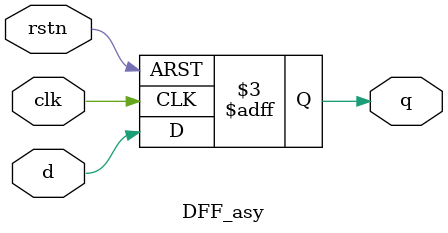
<source format=v>
`timescale 1ns / 1ps


module DFF_asy(input d, rstn, clk, output reg q);
    always @(posedge clk or negedge rstn)
        if(!rstn)
            q <= 0;
        else
            q <= d;

endmodule

</source>
